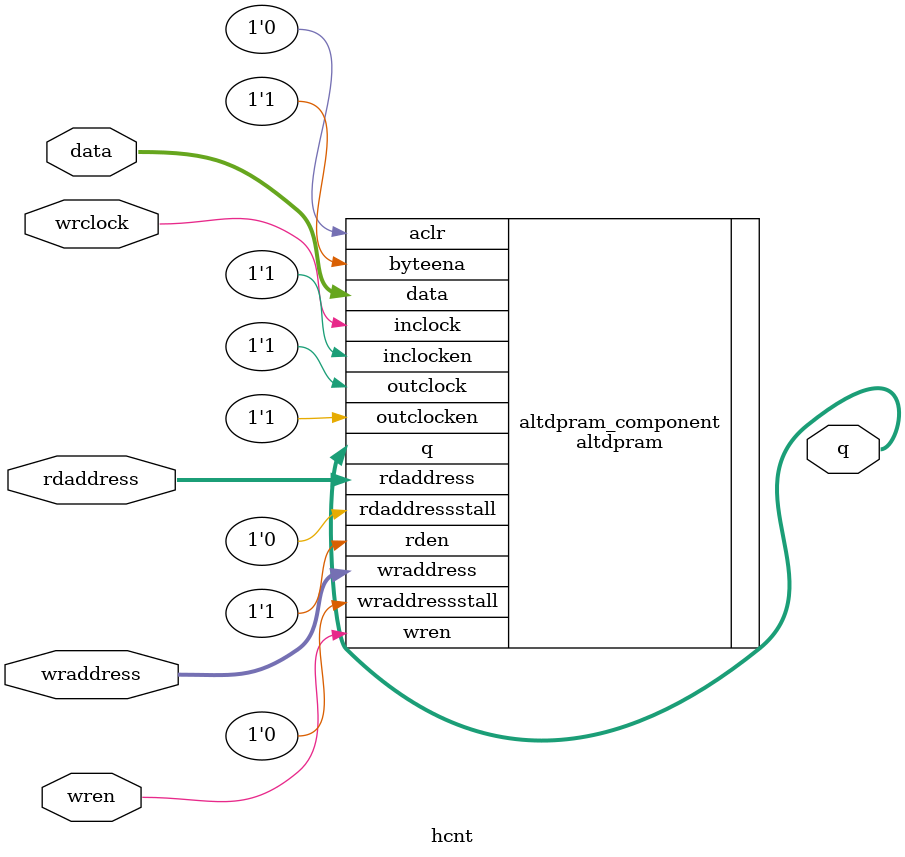
<source format=v>

module hfile (
	input	[7:0]  data,
	input	[8:0]  rdaddress,
	input	[8:0]  wraddress,
	input	  wrclock,
	input	  wren,
	output	[7:0]  q
);

	altdpram	altdpram_component (
				.wren (wren),
				.inclock (wrclock),
				.data (data),
				.rdaddress (rdaddress),
				.wraddress (wraddress),
				.q (q),
				.aclr (1'b0),
				.byteena (1'b1),
				.inclocken (1'b1),
				.outclock (1'b1),
				.outclocken (1'b1),
				.rdaddressstall (1'b0),
				.rden (1'b1),
				.wraddressstall (1'b0));
	defparam
		altdpram_component.indata_aclr = "OFF",
		altdpram_component.indata_reg = "INCLOCK",
		altdpram_component.intended_device_family = "ACEX1K",
		altdpram_component.lpm_type = "altdpram",
		altdpram_component.outdata_aclr = "OFF",
		altdpram_component.outdata_reg = "UNREGISTERED",
		altdpram_component.rdaddress_aclr = "OFF",
		altdpram_component.rdaddress_reg = "UNREGISTERED",
		altdpram_component.rdcontrol_aclr = "OFF",
		altdpram_component.rdcontrol_reg = "UNREGISTERED",
		altdpram_component.width = 8,
		altdpram_component.widthad = 9,
		altdpram_component.wraddress_aclr = "OFF",
		altdpram_component.wraddress_reg = "INCLOCK",
		altdpram_component.wrcontrol_aclr = "OFF",
		altdpram_component.wrcontrol_reg = "INCLOCK";
endmodule


// HVOL: DACs description file
// 64x8 (32x2x8)

module hvol (
	input	[7:0]  data,
	input	[5:0]  rdaddress,
	input	[5:0]  wraddress,
	input	  wrclock,
	input	  wren,
	output	[7:0]  q
);

	altdpram	altdpram_component (
				.wren (wren),
				.inclock (wrclock),
				.data (data),
				.rdaddress (rdaddress),
				.wraddress (wraddress),
				.q (q),
				.aclr (1'b0),
				.byteena (1'b1),
				.inclocken (1'b1),
				.outclock (1'b1),
				.outclocken (1'b1),
				.rdaddressstall (1'b0),
				.rden (1'b1),
				.wraddressstall (1'b0));
	defparam
		altdpram_component.indata_aclr = "OFF",
		altdpram_component.indata_reg = "INCLOCK",
		altdpram_component.intended_device_family = "ACEX1K",
		altdpram_component.lpm_type = "altdpram",
		altdpram_component.outdata_aclr = "OFF",
		altdpram_component.outdata_reg = "UNREGISTERED",
		altdpram_component.rdaddress_aclr = "OFF",
		altdpram_component.rdaddress_reg = "UNREGISTERED",
		altdpram_component.rdcontrol_aclr = "OFF",
		altdpram_component.rdcontrol_reg = "UNREGISTERED",
		altdpram_component.width = 8,
		altdpram_component.widthad = 6,
		altdpram_component.wraddress_aclr = "OFF",
		altdpram_component.wraddress_reg = "INCLOCK",
		altdpram_component.wrcontrol_aclr = "OFF",
		altdpram_component.wrcontrol_reg = "INCLOCK";
endmodule


// HCNT: DACs description file
// 256x8 (32x8x8)

module hcnt (
	input	[7:0]  data,
	input	[7:0]  rdaddress,
	input	[7:0]  wraddress,
	input	  wrclock,
	input	  wren,
	output	[7:0]  q
);

	altdpram	altdpram_component (
				.wren (wren),
				.inclock (wrclock),
				.data (data),
				.rdaddress (rdaddress),
				.wraddress (wraddress),
				.q (q),
				.aclr (1'b0),
				.byteena (1'b1),
				.inclocken (1'b1),
				.outclock (1'b1),
				.outclocken (1'b1),
				.rdaddressstall (1'b0),
				.rden (1'b1),
				.wraddressstall (1'b0));
	defparam
		altdpram_component.indata_aclr = "OFF",
		altdpram_component.indata_reg = "INCLOCK",
		altdpram_component.intended_device_family = "ACEX1K",
		altdpram_component.lpm_type = "altdpram",
		altdpram_component.outdata_aclr = "OFF",
		altdpram_component.outdata_reg = "UNREGISTERED",
		altdpram_component.rdaddress_aclr = "OFF",
		altdpram_component.rdaddress_reg = "UNREGISTERED",
		altdpram_component.rdcontrol_aclr = "OFF",
		altdpram_component.rdcontrol_reg = "UNREGISTERED",
		altdpram_component.width = 8,
		altdpram_component.widthad = 8,
		altdpram_component.wraddress_aclr = "OFF",
		altdpram_component.wraddress_reg = "INCLOCK",
		altdpram_component.wrcontrol_aclr = "OFF",
		altdpram_component.wrcontrol_reg = "INCLOCK";
endmodule

</source>
